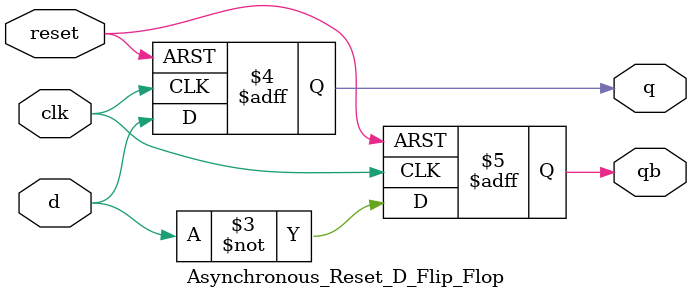
<source format=v>
`timescale 1ns / 1ps


module Asynchronous_Reset_D_Flip_Flop(
    input clk,
    input reset,
    input d,
    output reg q,
    output reg qb
    );
   always@(posedge clk or negedge reset)
       begin 
            //If the reset signal is active low, it is immediately reset and is not affected by the clock signal.
            if(!reset) 
                begin 
                    q<=0; 
                    qb<=1; 
                end 
            //If the reset signal is high, the synchronous reset D flip-flop is identical to the function implemented by the basic D flip-flop.
            else 
                begin
                    q<=d; 
                    qb<=~d; 
                end 
       end  
endmodule

</source>
